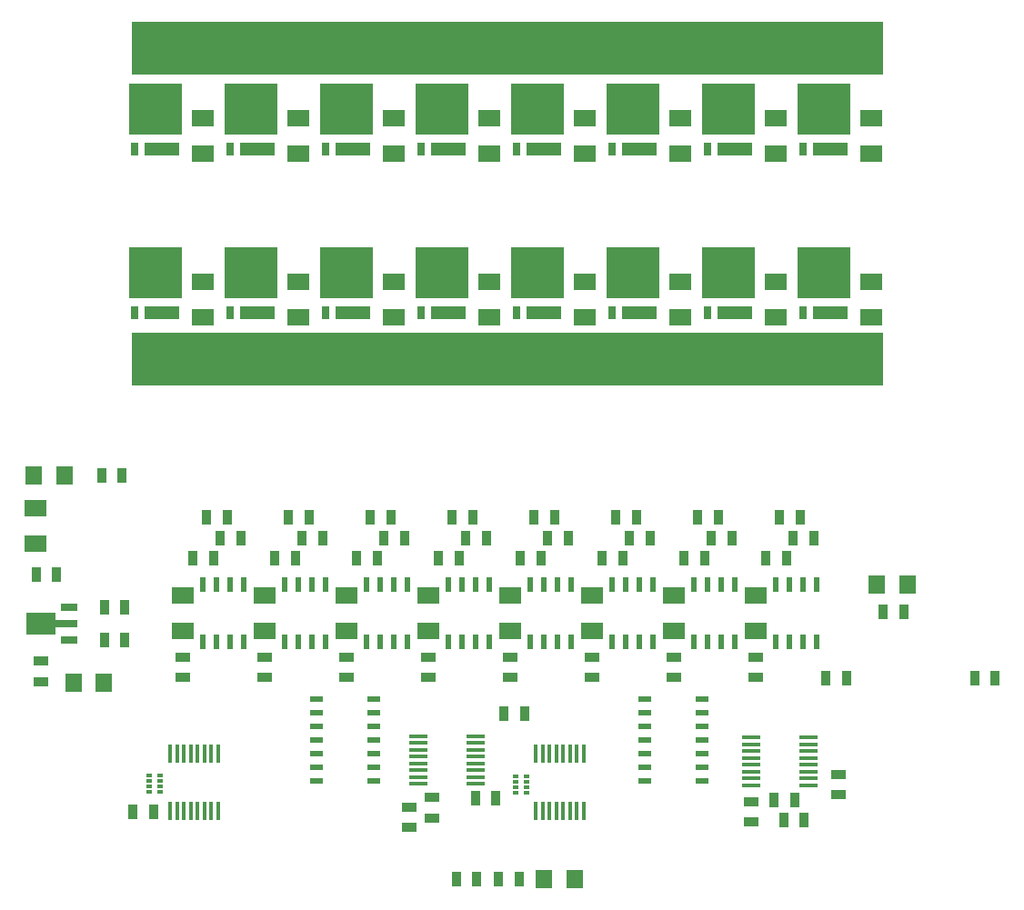
<source format=gtp>
G04 (created by PCBNEW (2013-07-07 BZR 4022)-stable) date 2015/05/03 21:07:58*
%MOIN*%
G04 Gerber Fmt 3.4, Leading zero omitted, Abs format*
%FSLAX34Y34*%
G01*
G70*
G90*
G04 APERTURE LIST*
%ADD10C,0.00590551*%
%ADD11R,2.75591X0.19685*%
%ADD12R,0.065X0.016*%
%ADD13R,0.016X0.065*%
%ADD14R,0.0236X0.0551*%
%ADD15R,0.08X0.06*%
%ADD16R,0.035X0.055*%
%ADD17R,0.055X0.035*%
%ADD18R,0.019685X0.015748*%
%ADD19R,0.0629X0.0709*%
%ADD20R,0.19685X0.185039*%
%ADD21R,0.125591X0.0472441*%
%ADD22R,0.0255906X0.0472441*%
%ADD23R,0.063X0.0276*%
%ADD24R,0.0827X0.0276*%
%ADD25R,0.1083X0.0787*%
%ADD26R,0.045X0.02*%
G04 APERTURE END LIST*
G54D10*
G54D11*
X100900Y-59700D03*
G54D12*
X99750Y-74525D03*
X99750Y-74275D03*
X99750Y-74025D03*
X99750Y-73775D03*
X97650Y-75275D03*
X99750Y-75275D03*
X99750Y-75025D03*
X99750Y-74775D03*
X97650Y-73525D03*
X97650Y-73775D03*
X97650Y-74025D03*
X97650Y-74275D03*
X97650Y-74525D03*
X97650Y-74775D03*
X99750Y-73525D03*
X97650Y-75025D03*
G54D13*
X89300Y-76275D03*
X89550Y-76275D03*
X89800Y-76275D03*
X90050Y-76275D03*
X88550Y-74175D03*
X88550Y-76275D03*
X88800Y-76275D03*
X89050Y-76275D03*
X90300Y-74175D03*
X90050Y-74175D03*
X89800Y-74175D03*
X89550Y-74175D03*
X89300Y-74175D03*
X89050Y-74175D03*
X90300Y-76275D03*
X88800Y-74175D03*
G54D12*
X111950Y-74575D03*
X111950Y-74325D03*
X111950Y-74075D03*
X111950Y-73825D03*
X109850Y-75325D03*
X111950Y-75325D03*
X111950Y-75075D03*
X111950Y-74825D03*
X109850Y-73575D03*
X109850Y-73825D03*
X109850Y-74075D03*
X109850Y-74325D03*
X109850Y-74575D03*
X109850Y-74825D03*
X111950Y-73575D03*
X109850Y-75075D03*
G54D13*
X102700Y-76275D03*
X102950Y-76275D03*
X103200Y-76275D03*
X103450Y-76275D03*
X101950Y-74175D03*
X101950Y-76275D03*
X102200Y-76275D03*
X102450Y-76275D03*
X103700Y-74175D03*
X103450Y-74175D03*
X103200Y-74175D03*
X102950Y-74175D03*
X102700Y-74175D03*
X102450Y-74175D03*
X103700Y-76275D03*
X102200Y-74175D03*
G54D14*
X104750Y-67950D03*
X104750Y-70050D03*
X105250Y-67950D03*
X105750Y-67950D03*
X106250Y-67950D03*
X105250Y-70050D03*
X105750Y-70050D03*
X106250Y-70050D03*
X101750Y-67950D03*
X101750Y-70050D03*
X102250Y-67950D03*
X102750Y-67950D03*
X103250Y-67950D03*
X102250Y-70050D03*
X102750Y-70050D03*
X103250Y-70050D03*
X107750Y-67950D03*
X107750Y-70050D03*
X108250Y-67950D03*
X108750Y-67950D03*
X109250Y-67950D03*
X108250Y-70050D03*
X108750Y-70050D03*
X109250Y-70050D03*
X110750Y-67950D03*
X110750Y-70050D03*
X111250Y-67950D03*
X111750Y-67950D03*
X112250Y-67950D03*
X111250Y-70050D03*
X111750Y-70050D03*
X112250Y-70050D03*
X98750Y-67950D03*
X98750Y-70050D03*
X99250Y-67950D03*
X99750Y-67950D03*
X100250Y-67950D03*
X99250Y-70050D03*
X99750Y-70050D03*
X100250Y-70050D03*
X89750Y-67950D03*
X89750Y-70050D03*
X90250Y-67950D03*
X90750Y-67950D03*
X91250Y-67950D03*
X90250Y-70050D03*
X90750Y-70050D03*
X91250Y-70050D03*
X95750Y-67950D03*
X95750Y-70050D03*
X96250Y-67950D03*
X96750Y-67950D03*
X97250Y-67950D03*
X96250Y-70050D03*
X96750Y-70050D03*
X97250Y-70050D03*
X92750Y-67950D03*
X92750Y-70050D03*
X93250Y-67950D03*
X93750Y-67950D03*
X94250Y-67950D03*
X93250Y-70050D03*
X93750Y-70050D03*
X94250Y-70050D03*
G54D15*
X110750Y-58150D03*
X110750Y-56850D03*
X83600Y-65150D03*
X83600Y-66450D03*
X104000Y-69650D03*
X104000Y-68350D03*
X92000Y-69650D03*
X92000Y-68350D03*
X89000Y-69650D03*
X89000Y-68350D03*
X100250Y-58150D03*
X100250Y-56850D03*
X93250Y-52150D03*
X93250Y-50850D03*
X93250Y-58150D03*
X93250Y-56850D03*
X100250Y-52150D03*
X100250Y-50850D03*
X98000Y-69650D03*
X98000Y-68350D03*
X110750Y-52150D03*
X110750Y-50850D03*
X96750Y-52150D03*
X96750Y-50850D03*
X96750Y-58150D03*
X96750Y-56850D03*
X95000Y-69650D03*
X95000Y-68350D03*
X110000Y-69650D03*
X110000Y-68350D03*
X101000Y-69650D03*
X101000Y-68350D03*
X89750Y-58150D03*
X89750Y-56850D03*
X89750Y-52150D03*
X89750Y-50850D03*
X103750Y-52150D03*
X103750Y-50850D03*
X103750Y-58150D03*
X103750Y-56850D03*
X107250Y-58150D03*
X107250Y-56850D03*
X107250Y-52150D03*
X107250Y-50850D03*
X114250Y-52150D03*
X114250Y-50850D03*
X107000Y-69650D03*
X107000Y-68350D03*
X114250Y-58150D03*
X114250Y-56850D03*
G54D16*
X89375Y-67000D03*
X90125Y-67000D03*
X86775Y-63950D03*
X86025Y-63950D03*
G54D17*
X89000Y-70625D03*
X89000Y-71375D03*
G54D16*
X110375Y-67000D03*
X111125Y-67000D03*
G54D17*
X109850Y-75925D03*
X109850Y-76675D03*
G54D16*
X87925Y-76300D03*
X87175Y-76300D03*
X99025Y-78750D03*
X99775Y-78750D03*
X89875Y-65500D03*
X90625Y-65500D03*
X111425Y-75850D03*
X110675Y-75850D03*
X111775Y-76600D03*
X111025Y-76600D03*
X100775Y-72700D03*
X101525Y-72700D03*
X99725Y-75800D03*
X100475Y-75800D03*
G54D17*
X97300Y-76875D03*
X97300Y-76125D03*
X113050Y-75675D03*
X113050Y-74925D03*
G54D16*
X113325Y-71400D03*
X112575Y-71400D03*
X118775Y-71400D03*
X118025Y-71400D03*
X101325Y-78750D03*
X100575Y-78750D03*
G54D17*
X83800Y-70775D03*
X83800Y-71525D03*
G54D16*
X95375Y-67000D03*
X96125Y-67000D03*
X90375Y-66250D03*
X91125Y-66250D03*
G54D17*
X98150Y-76525D03*
X98150Y-75775D03*
G54D16*
X102375Y-66250D03*
X103125Y-66250D03*
X107875Y-65500D03*
X108625Y-65500D03*
X108375Y-66250D03*
X109125Y-66250D03*
G54D17*
X110000Y-70625D03*
X110000Y-71375D03*
G54D16*
X107375Y-67000D03*
X108125Y-67000D03*
X84375Y-67600D03*
X83625Y-67600D03*
G54D17*
X98000Y-70625D03*
X98000Y-71375D03*
G54D16*
X95875Y-65500D03*
X96625Y-65500D03*
G54D17*
X104000Y-70625D03*
X104000Y-71375D03*
G54D16*
X92875Y-65500D03*
X93625Y-65500D03*
X111375Y-66250D03*
X112125Y-66250D03*
X101375Y-67000D03*
X102125Y-67000D03*
X93375Y-66250D03*
X94125Y-66250D03*
X92375Y-67000D03*
X93125Y-67000D03*
X101875Y-65500D03*
X102625Y-65500D03*
G54D17*
X107000Y-70625D03*
X107000Y-71375D03*
X95000Y-70625D03*
X95000Y-71375D03*
G54D16*
X110875Y-65500D03*
X111625Y-65500D03*
G54D17*
X101000Y-70625D03*
X101000Y-71375D03*
G54D16*
X86125Y-68800D03*
X86875Y-68800D03*
X86125Y-70000D03*
X86875Y-70000D03*
X104375Y-67000D03*
X105125Y-67000D03*
X105375Y-66250D03*
X106125Y-66250D03*
X104875Y-65500D03*
X105625Y-65500D03*
G54D17*
X92000Y-70625D03*
X92000Y-71375D03*
G54D16*
X115425Y-68950D03*
X114675Y-68950D03*
X96375Y-66250D03*
X97125Y-66250D03*
X98375Y-67000D03*
X99125Y-67000D03*
X99375Y-66250D03*
X100125Y-66250D03*
X98875Y-65500D03*
X99625Y-65500D03*
G54D18*
X101596Y-75201D03*
X101596Y-75398D03*
X101596Y-75004D03*
X101596Y-75595D03*
X101203Y-75004D03*
X101203Y-75201D03*
X101203Y-75398D03*
X101203Y-75595D03*
X88171Y-75176D03*
X88171Y-75373D03*
X88171Y-74979D03*
X88171Y-75570D03*
X87778Y-74979D03*
X87778Y-75176D03*
X87778Y-75373D03*
X87778Y-75570D03*
G54D19*
X103359Y-78750D03*
X102241Y-78750D03*
X86109Y-71550D03*
X84991Y-71550D03*
X83541Y-63950D03*
X84659Y-63950D03*
X114441Y-67950D03*
X115559Y-67950D03*
G54D20*
X88000Y-50523D03*
G54D21*
X88250Y-52000D03*
G54D22*
X87250Y-52000D03*
G54D20*
X91500Y-50523D03*
G54D21*
X91750Y-52000D03*
G54D22*
X90750Y-52000D03*
G54D20*
X95000Y-50523D03*
G54D21*
X95250Y-52000D03*
G54D22*
X94250Y-52000D03*
G54D20*
X98500Y-50523D03*
G54D21*
X98750Y-52000D03*
G54D22*
X97750Y-52000D03*
G54D20*
X102000Y-50523D03*
G54D21*
X102250Y-52000D03*
G54D22*
X101250Y-52000D03*
G54D20*
X105500Y-50523D03*
G54D21*
X105750Y-52000D03*
G54D22*
X104750Y-52000D03*
G54D20*
X109000Y-50523D03*
G54D21*
X109250Y-52000D03*
G54D22*
X108250Y-52000D03*
G54D20*
X112500Y-50523D03*
G54D21*
X112750Y-52000D03*
G54D22*
X111750Y-52000D03*
G54D20*
X88000Y-56523D03*
G54D21*
X88250Y-58000D03*
G54D22*
X87250Y-58000D03*
G54D20*
X91500Y-56523D03*
G54D21*
X91750Y-58000D03*
G54D22*
X90750Y-58000D03*
G54D20*
X95000Y-56523D03*
G54D21*
X95250Y-58000D03*
G54D22*
X94250Y-58000D03*
G54D20*
X102000Y-56523D03*
G54D21*
X102250Y-58000D03*
G54D22*
X101250Y-58000D03*
G54D20*
X105500Y-56523D03*
G54D21*
X105750Y-58000D03*
G54D22*
X104750Y-58000D03*
G54D20*
X109000Y-56523D03*
G54D21*
X109250Y-58000D03*
G54D22*
X108250Y-58000D03*
G54D20*
X112500Y-56523D03*
G54D21*
X112750Y-58000D03*
G54D22*
X111750Y-58000D03*
G54D20*
X98500Y-56523D03*
G54D21*
X98750Y-58000D03*
G54D22*
X97750Y-58000D03*
G54D11*
X100900Y-48300D03*
G54D23*
X84848Y-69991D03*
G54D24*
X84750Y-69400D03*
G54D23*
X84848Y-68809D03*
G54D25*
X83805Y-69400D03*
G54D26*
X105950Y-72150D03*
X105950Y-72650D03*
X105950Y-73150D03*
X105950Y-73650D03*
X105950Y-74150D03*
X105950Y-74650D03*
X105950Y-75150D03*
X108050Y-75150D03*
X108050Y-74650D03*
X108050Y-74150D03*
X108050Y-73650D03*
X108050Y-73150D03*
X108050Y-72650D03*
X108050Y-72150D03*
X93900Y-72150D03*
X93900Y-72650D03*
X93900Y-73150D03*
X93900Y-73650D03*
X93900Y-74150D03*
X93900Y-74650D03*
X93900Y-75150D03*
X96000Y-75150D03*
X96000Y-74650D03*
X96000Y-74150D03*
X96000Y-73650D03*
X96000Y-73150D03*
X96000Y-72650D03*
X96000Y-72150D03*
M02*

</source>
